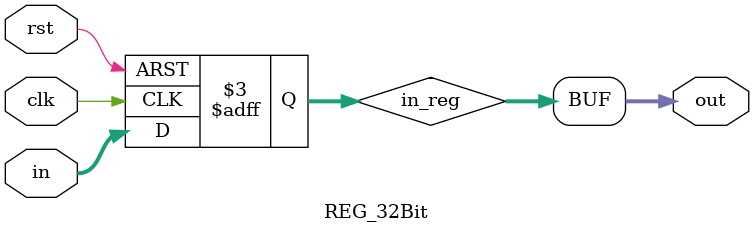
<source format=v>
`timescale 1ns / 1ps


module REG_32Bit(
    input clk,
    input rst,
    
    input [31:0] in,
    output [31:0] out
    );
    
    reg [31:0] in_reg;
    initial in_reg=0;
    
    always@(posedge clk or posedge rst)begin
      if(rst) in_reg<=0;
      else in_reg<=in;
    end
    
    assign out=in_reg;
    
endmodule

</source>
